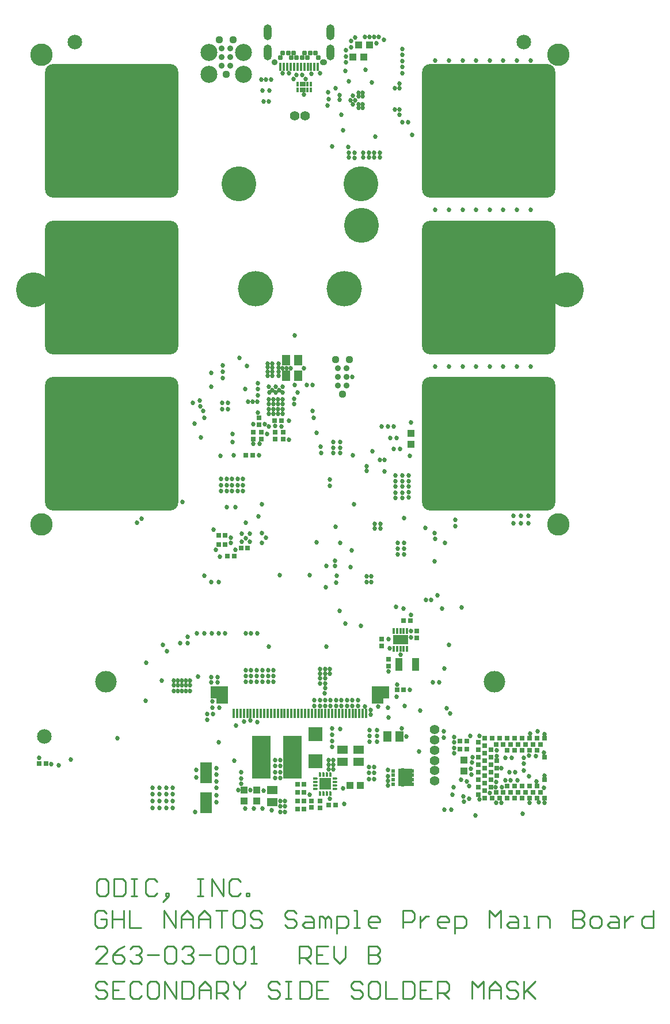
<source format=gbs>
G04*
G04 #@! TF.GenerationSoftware,Altium Limited,Altium Designer,24.9.1 (31)*
G04*
G04 Layer_Color=16711935*
%FSLAX44Y44*%
%MOMM*%
G71*
G04*
G04 #@! TF.SameCoordinates,7F96DF23-6EF7-4123-9D03-ABB94F86F5D4*
G04*
G04*
G04 #@! TF.FilePolarity,Negative*
G04*
G01*
G75*
%ADD17C,0.2540*%
%ADD69R,0.7270X0.7270*%
%ADD70C,0.9144*%
%ADD76R,0.7270X0.7270*%
%ADD82R,1.2770X1.5770*%
%ADD87R,1.0770X1.1270*%
%ADD97R,1.1270X1.0770*%
%ADD110R,1.1270X1.9270*%
%ADD111R,1.1270X1.0270*%
%ADD112R,1.7270X3.1270*%
%ADD113R,0.6270X0.4770*%
%ADD126C,2.1430*%
%ADD127C,2.5019*%
%ADD128C,1.1176*%
%ADD129C,5.1270*%
%ADD130C,1.3970*%
%ADD131C,0.8770*%
%ADD132O,1.0770X0.8770*%
%ADD133C,0.7770*%
%ADD134O,1.2270X2.3270*%
%ADD135C,3.3020*%
%ADD136C,5.2070*%
%ADD137C,3.1750*%
%ADD181R,1.5770X1.2770*%
%ADD182R,0.3270X0.6770*%
%ADD183R,0.5270X0.6770*%
%ADD184R,2.1336X2.1336*%
%ADD185R,1.7270X2.5270*%
%ADD186R,0.4270X1.3270*%
%ADD187R,0.4270X1.2270*%
%ADD188R,2.8270X6.3270*%
%ADD189R,0.6350X0.6350*%
%ADD190R,0.6350X0.6350*%
%ADD191R,2.3270X1.4270*%
%ADD192R,0.3810X0.8382*%
G04:AMPARAMS|DCode=193|XSize=0.727mm|YSize=0.367mm|CornerRadius=0.1235mm|HoleSize=0mm|Usage=FLASHONLY|Rotation=180.000|XOffset=0mm|YOffset=0mm|HoleType=Round|Shape=RoundedRectangle|*
%AMROUNDEDRECTD193*
21,1,0.7270,0.1200,0,0,180.0*
21,1,0.4800,0.3670,0,0,180.0*
1,1,0.2470,-0.2400,0.0600*
1,1,0.2470,0.2400,0.0600*
1,1,0.2470,0.2400,-0.0600*
1,1,0.2470,-0.2400,-0.0600*
%
%ADD193ROUNDEDRECTD193*%
G04:AMPARAMS|DCode=194|XSize=0.727mm|YSize=0.367mm|CornerRadius=0.1235mm|HoleSize=0mm|Usage=FLASHONLY|Rotation=90.000|XOffset=0mm|YOffset=0mm|HoleType=Round|Shape=RoundedRectangle|*
%AMROUNDEDRECTD194*
21,1,0.7270,0.1200,0,0,90.0*
21,1,0.4800,0.3670,0,0,90.0*
1,1,0.2470,0.0600,0.2400*
1,1,0.2470,0.0600,-0.2400*
1,1,0.2470,-0.0600,-0.2400*
1,1,0.2470,-0.0600,0.2400*
%
%ADD194ROUNDEDRECTD194*%
%ADD195R,1.7870X1.7870*%
G04:AMPARAMS|DCode=196|XSize=19.627mm|YSize=19.627mm|CornerRadius=1.2335mm|HoleSize=0mm|Usage=FLASHONLY|Rotation=180.000|XOffset=0mm|YOffset=0mm|HoleType=Round|Shape=RoundedRectangle|*
%AMROUNDEDRECTD196*
21,1,19.6270,17.1600,0,0,180.0*
21,1,17.1600,19.6270,0,0,180.0*
1,1,2.4670,-8.5800,8.5800*
1,1,2.4670,8.5800,8.5800*
1,1,2.4670,8.5800,-8.5800*
1,1,2.4670,-8.5800,-8.5800*
%
%ADD196ROUNDEDRECTD196*%
%ADD197C,0.6858*%
G36*
X163246Y-6484D02*
X154245D01*
Y-24484D01*
X163246D01*
Y-6484D01*
D02*
G37*
G36*
X430255Y-153286D02*
X434755D01*
Y-154036D01*
X439255D01*
Y-153286D01*
X451005D01*
Y-127786D01*
X439255D01*
Y-127036D01*
X434755D01*
Y-127786D01*
X430255D01*
Y-153286D01*
D02*
G37*
G36*
X408245Y-6484D02*
X417245D01*
Y-24484D01*
X408245D01*
Y-6484D01*
D02*
G37*
D17*
X1747Y-444484D02*
X-2485Y-440253D01*
X-10948D01*
X-15180Y-444484D01*
Y-448717D01*
X-10948Y-452948D01*
X-2485D01*
X1747Y-457180D01*
Y-461412D01*
X-2485Y-465644D01*
X-10948D01*
X-15180Y-461412D01*
X27139Y-440253D02*
X10211D01*
Y-465644D01*
X27139D01*
X10211Y-452948D02*
X18675D01*
X52531Y-444484D02*
X48299Y-440253D01*
X39835D01*
X35603Y-444484D01*
Y-461412D01*
X39835Y-465644D01*
X48299D01*
X52531Y-461412D01*
X73691Y-440253D02*
X65227D01*
X60995Y-444484D01*
Y-461412D01*
X65227Y-465644D01*
X73691D01*
X77923Y-461412D01*
Y-444484D01*
X73691Y-440253D01*
X86387Y-465644D02*
Y-440253D01*
X103315Y-465644D01*
Y-440253D01*
X111778D02*
Y-465644D01*
X124474D01*
X128706Y-461412D01*
Y-444484D01*
X124474Y-440253D01*
X111778D01*
X137170Y-465644D02*
Y-448717D01*
X145634Y-440253D01*
X154098Y-448717D01*
Y-465644D01*
Y-452948D01*
X137170D01*
X162562Y-465644D02*
Y-440253D01*
X175258D01*
X179490Y-444484D01*
Y-452948D01*
X175258Y-457180D01*
X162562D01*
X171026D02*
X179490Y-465644D01*
X187954Y-440253D02*
Y-444484D01*
X196418Y-452948D01*
X204882Y-444484D01*
Y-440253D01*
X196418Y-452948D02*
Y-465644D01*
X255665Y-444484D02*
X251433Y-440253D01*
X242969D01*
X238738Y-444484D01*
Y-448717D01*
X242969Y-452948D01*
X251433D01*
X255665Y-457180D01*
Y-461412D01*
X251433Y-465644D01*
X242969D01*
X238738Y-461412D01*
X264129Y-440253D02*
X272593D01*
X268361D01*
Y-465644D01*
X264129D01*
X272593D01*
X285289Y-440253D02*
Y-465644D01*
X297985D01*
X302217Y-461412D01*
Y-444484D01*
X297985Y-440253D01*
X285289D01*
X327609D02*
X310681D01*
Y-465644D01*
X327609D01*
X310681Y-452948D02*
X319145D01*
X378392Y-444484D02*
X374160Y-440253D01*
X365696D01*
X361465Y-444484D01*
Y-448717D01*
X365696Y-452948D01*
X374160D01*
X378392Y-457180D01*
Y-461412D01*
X374160Y-465644D01*
X365696D01*
X361465Y-461412D01*
X399552Y-440253D02*
X391088D01*
X386856Y-444484D01*
Y-461412D01*
X391088Y-465644D01*
X399552D01*
X403784Y-461412D01*
Y-444484D01*
X399552Y-440253D01*
X412248D02*
Y-465644D01*
X429176D01*
X437640Y-440253D02*
Y-465644D01*
X450336D01*
X454568Y-461412D01*
Y-444484D01*
X450336Y-440253D01*
X437640D01*
X479959D02*
X463032D01*
Y-465644D01*
X479959D01*
X463032Y-452948D02*
X471496D01*
X488424Y-465644D02*
Y-440253D01*
X501119D01*
X505351Y-444484D01*
Y-452948D01*
X501119Y-457180D01*
X488424D01*
X496887D02*
X505351Y-465644D01*
X539207D02*
Y-440253D01*
X547671Y-448717D01*
X556135Y-440253D01*
Y-465644D01*
X564599D02*
Y-448717D01*
X573063Y-440253D01*
X581527Y-448717D01*
Y-465644D01*
Y-452948D01*
X564599D01*
X606918Y-444484D02*
X602687Y-440253D01*
X594223D01*
X589991Y-444484D01*
Y-448717D01*
X594223Y-452948D01*
X602687D01*
X606918Y-457180D01*
Y-461412D01*
X602687Y-465644D01*
X594223D01*
X589991Y-461412D01*
X615382Y-440253D02*
Y-465644D01*
Y-457180D01*
X632310Y-440253D01*
X619614Y-452948D01*
X632310Y-465644D01*
X-145Y-288975D02*
X-8608D01*
X-12840Y-293207D01*
Y-310134D01*
X-8608Y-314366D01*
X-145D01*
X4087Y-310134D01*
Y-293207D01*
X-145Y-288975D01*
X12551D02*
Y-314366D01*
X25247D01*
X29479Y-310134D01*
Y-293207D01*
X25247Y-288975D01*
X12551D01*
X37943D02*
X46407D01*
X42175D01*
Y-314366D01*
X37943D01*
X46407D01*
X76031Y-293207D02*
X71799Y-288975D01*
X63335D01*
X59103Y-293207D01*
Y-310134D01*
X63335Y-314366D01*
X71799D01*
X76031Y-310134D01*
X88727Y-318598D02*
X92959Y-314366D01*
Y-310134D01*
X88727D01*
Y-314366D01*
X92959D01*
X88727Y-318598D01*
X84495Y-322830D01*
X135278Y-288975D02*
X143742D01*
X139510D01*
Y-314366D01*
X135278D01*
X143742D01*
X156438D02*
Y-288975D01*
X173366Y-314366D01*
Y-288975D01*
X198758Y-293207D02*
X194526Y-288975D01*
X186062D01*
X181830Y-293207D01*
Y-310134D01*
X186062Y-314366D01*
X194526D01*
X198758Y-310134D01*
X207222Y-314366D02*
Y-310134D01*
X211454D01*
Y-314366D01*
X207222D01*
X1341Y-340332D02*
X-2891Y-336100D01*
X-11355D01*
X-15587Y-340332D01*
Y-357260D01*
X-11355Y-361492D01*
X-2891D01*
X1341Y-357260D01*
Y-348796D01*
X-7123D01*
X9805Y-336100D02*
Y-361492D01*
Y-348796D01*
X26733D01*
Y-336100D01*
Y-361492D01*
X35197Y-336100D02*
Y-361492D01*
X52125D01*
X85980D02*
Y-336100D01*
X102908Y-361492D01*
Y-336100D01*
X111372Y-361492D02*
Y-344564D01*
X119836Y-336100D01*
X128300Y-344564D01*
Y-361492D01*
Y-348796D01*
X111372D01*
X136764Y-361492D02*
Y-344564D01*
X145228Y-336100D01*
X153692Y-344564D01*
Y-361492D01*
Y-348796D01*
X136764D01*
X162156Y-336100D02*
X179083D01*
X170620D01*
Y-361492D01*
X200243Y-336100D02*
X191779D01*
X187547Y-340332D01*
Y-357260D01*
X191779Y-361492D01*
X200243D01*
X204475Y-357260D01*
Y-340332D01*
X200243Y-336100D01*
X229867Y-340332D02*
X225635Y-336100D01*
X217171D01*
X212939Y-340332D01*
Y-344564D01*
X217171Y-348796D01*
X225635D01*
X229867Y-353028D01*
Y-357260D01*
X225635Y-361492D01*
X217171D01*
X212939Y-357260D01*
X280651Y-340332D02*
X276419Y-336100D01*
X267955D01*
X263723Y-340332D01*
Y-344564D01*
X267955Y-348796D01*
X276419D01*
X280651Y-353028D01*
Y-357260D01*
X276419Y-361492D01*
X267955D01*
X263723Y-357260D01*
X293347Y-344564D02*
X301810D01*
X306042Y-348796D01*
Y-361492D01*
X293347D01*
X289115Y-357260D01*
X293347Y-353028D01*
X306042D01*
X314506Y-361492D02*
Y-344564D01*
X318738D01*
X322970Y-348796D01*
Y-361492D01*
Y-348796D01*
X327202Y-344564D01*
X331434Y-348796D01*
Y-361492D01*
X339898Y-369956D02*
Y-344564D01*
X352594D01*
X356826Y-348796D01*
Y-357260D01*
X352594Y-361492D01*
X339898D01*
X365290D02*
X373754D01*
X369522D01*
Y-336100D01*
X365290D01*
X399146Y-361492D02*
X390682D01*
X386450Y-357260D01*
Y-348796D01*
X390682Y-344564D01*
X399146D01*
X403378Y-348796D01*
Y-353028D01*
X386450D01*
X437233Y-361492D02*
Y-336100D01*
X449929D01*
X454161Y-340332D01*
Y-348796D01*
X449929Y-353028D01*
X437233D01*
X462625Y-344564D02*
Y-361492D01*
Y-353028D01*
X466857Y-348796D01*
X471089Y-344564D01*
X475321D01*
X500713Y-361492D02*
X492249D01*
X488017Y-357260D01*
Y-348796D01*
X492249Y-344564D01*
X500713D01*
X504945Y-348796D01*
Y-353028D01*
X488017D01*
X513409Y-369956D02*
Y-344564D01*
X526105D01*
X530337Y-348796D01*
Y-357260D01*
X526105Y-361492D01*
X513409D01*
X564192D02*
Y-336100D01*
X572656Y-344564D01*
X581120Y-336100D01*
Y-361492D01*
X593816Y-344564D02*
X602280D01*
X606512Y-348796D01*
Y-361492D01*
X593816D01*
X589584Y-357260D01*
X593816Y-353028D01*
X606512D01*
X614976Y-361492D02*
X623440D01*
X619208D01*
Y-344564D01*
X614976D01*
X636136Y-361492D02*
Y-344564D01*
X648832D01*
X653064Y-348796D01*
Y-361492D01*
X686919Y-336100D02*
Y-361492D01*
X699615D01*
X703847Y-357260D01*
Y-353028D01*
X699615Y-348796D01*
X686919D01*
X699615D01*
X703847Y-344564D01*
Y-340332D01*
X699615Y-336100D01*
X686919D01*
X716543Y-361492D02*
X725007D01*
X729239Y-357260D01*
Y-348796D01*
X725007Y-344564D01*
X716543D01*
X712311Y-348796D01*
Y-357260D01*
X716543Y-361492D01*
X741935Y-344564D02*
X750399D01*
X754631Y-348796D01*
Y-361492D01*
X741935D01*
X737703Y-357260D01*
X741935Y-353028D01*
X754631D01*
X763095Y-344564D02*
Y-361492D01*
Y-353028D01*
X767327Y-348796D01*
X771559Y-344564D01*
X775791D01*
X805414Y-336100D02*
Y-361492D01*
X792719D01*
X788486Y-357260D01*
Y-348796D01*
X792719Y-344564D01*
X805414D01*
X1727Y-413574D02*
X-15201D01*
X1727Y-396646D01*
Y-392415D01*
X-2505Y-388183D01*
X-10969D01*
X-15201Y-392415D01*
X27119Y-388183D02*
X18655Y-392415D01*
X10191Y-400878D01*
Y-409342D01*
X14423Y-413574D01*
X22887D01*
X27119Y-409342D01*
Y-405110D01*
X22887Y-400878D01*
X10191D01*
X35583Y-392415D02*
X39815Y-388183D01*
X48279D01*
X52511Y-392415D01*
Y-396646D01*
X48279Y-400878D01*
X44047D01*
X48279D01*
X52511Y-405110D01*
Y-409342D01*
X48279Y-413574D01*
X39815D01*
X35583Y-409342D01*
X60975Y-400878D02*
X77903D01*
X86367Y-392415D02*
X90599Y-388183D01*
X99063D01*
X103295Y-392415D01*
Y-409342D01*
X99063Y-413574D01*
X90599D01*
X86367Y-409342D01*
Y-392415D01*
X111758D02*
X115990Y-388183D01*
X124454D01*
X128686Y-392415D01*
Y-396646D01*
X124454Y-400878D01*
X120222D01*
X124454D01*
X128686Y-405110D01*
Y-409342D01*
X124454Y-413574D01*
X115990D01*
X111758Y-409342D01*
X137150Y-400878D02*
X154078D01*
X162542Y-392415D02*
X166774Y-388183D01*
X175238D01*
X179470Y-392415D01*
Y-409342D01*
X175238Y-413574D01*
X166774D01*
X162542Y-409342D01*
Y-392415D01*
X187934D02*
X192166Y-388183D01*
X200630D01*
X204862Y-392415D01*
Y-409342D01*
X200630Y-413574D01*
X192166D01*
X187934Y-409342D01*
Y-392415D01*
X213326Y-413574D02*
X221790D01*
X217558D01*
Y-388183D01*
X213326Y-392415D01*
X285269Y-413574D02*
Y-388183D01*
X297965D01*
X302197Y-392415D01*
Y-400878D01*
X297965Y-405110D01*
X285269D01*
X293733D02*
X302197Y-413574D01*
X327589Y-388183D02*
X310661D01*
Y-413574D01*
X327589D01*
X310661Y-400878D02*
X319125D01*
X336053Y-388183D02*
Y-405110D01*
X344517Y-413574D01*
X352980Y-405110D01*
Y-388183D01*
X386836D02*
Y-413574D01*
X399532D01*
X403764Y-409342D01*
Y-405110D01*
X399532Y-400878D01*
X386836D01*
X399532D01*
X403764Y-396646D01*
Y-392415D01*
X399532Y-388183D01*
X386836D01*
D69*
X206000Y333000D02*
D03*
X216000D02*
D03*
X-88000Y-120000D02*
D03*
X-98000D02*
D03*
X248225Y383950D02*
D03*
X258225D02*
D03*
X179000Y185000D02*
D03*
X189000D02*
D03*
X209000Y197000D02*
D03*
X199000D02*
D03*
X281950Y-162805D02*
D03*
X291950D02*
D03*
X428465Y-12070D02*
D03*
X438465D02*
D03*
X291950Y-186805D02*
D03*
X281950D02*
D03*
Y-174805D02*
D03*
X291950D02*
D03*
X281950Y-150805D02*
D03*
X291950D02*
D03*
X166000Y202000D02*
D03*
X176000D02*
D03*
Y215000D02*
D03*
X166000D02*
D03*
X521000Y-87000D02*
D03*
X531000D02*
D03*
X521000Y-99000D02*
D03*
X531000D02*
D03*
X338000Y-181000D02*
D03*
X328000D02*
D03*
X438464Y89700D02*
D03*
X448464D02*
D03*
D70*
X183350Y918000D02*
D03*
X170650D02*
D03*
X183350Y930700D02*
D03*
X170650D02*
D03*
X183350Y905300D02*
D03*
X170650D02*
D03*
X354350Y448000D02*
D03*
X341650D02*
D03*
X354350Y460700D02*
D03*
X341650D02*
D03*
X354350Y435300D02*
D03*
X341650D02*
D03*
D76*
X406000Y63000D02*
D03*
Y53000D02*
D03*
X457464Y64700D02*
D03*
Y74700D02*
D03*
X225225Y387950D02*
D03*
Y377950D02*
D03*
X315000Y-185000D02*
D03*
Y-175000D02*
D03*
X302950Y-184805D02*
D03*
Y-174805D02*
D03*
X261225Y366950D02*
D03*
Y356950D02*
D03*
X229225Y366950D02*
D03*
Y356950D02*
D03*
X416000Y23000D02*
D03*
Y33000D02*
D03*
X217225Y366950D02*
D03*
Y356950D02*
D03*
X249225D02*
D03*
Y366950D02*
D03*
D82*
X414000Y-80000D02*
D03*
X432000D02*
D03*
X265225Y449950D02*
D03*
X283225D02*
D03*
X265225Y472950D02*
D03*
X283225D02*
D03*
D87*
X358951Y-151805D02*
D03*
X374950D02*
D03*
X371995Y935536D02*
D03*
X387995D02*
D03*
X379308Y918223D02*
D03*
X363308D02*
D03*
D97*
X527000Y-131000D02*
D03*
Y-115000D02*
D03*
X221950Y-174805D02*
D03*
Y-158805D02*
D03*
X204000Y-175000D02*
D03*
Y-159000D02*
D03*
D110*
X455964Y25700D02*
D03*
X430964D02*
D03*
D111*
X449000Y365000D02*
D03*
Y349000D02*
D03*
D112*
X148000Y-134000D02*
D03*
Y-178000D02*
D03*
D113*
X423005Y-150286D02*
D03*
Y-143786D02*
D03*
Y-137286D02*
D03*
Y-130786D02*
D03*
X451005D02*
D03*
Y-137286D02*
D03*
Y-143786D02*
D03*
Y-150286D02*
D03*
D126*
X615000Y940000D02*
D03*
X-45000D02*
D03*
X-90000Y-80000D02*
D03*
D127*
X202400Y924350D02*
D03*
Y892600D02*
D03*
X151600Y924350D02*
D03*
Y892600D02*
D03*
X202400D02*
D03*
Y924350D02*
D03*
X151600Y892600D02*
D03*
Y924350D02*
D03*
D128*
X187160Y943400D02*
D03*
X166840D02*
D03*
X177000Y892600D02*
D03*
D03*
X187160Y943400D02*
D03*
X166840D02*
D03*
X348000Y422600D02*
D03*
X358160Y473400D02*
D03*
X337840D02*
D03*
D129*
X376000Y671000D02*
D03*
X-106300Y576300D02*
D03*
X677800D02*
D03*
X375750Y732000D02*
D03*
X195750D02*
D03*
D130*
X483700Y-145500D02*
D03*
Y-130500D02*
D03*
Y-115500D02*
D03*
Y-100500D02*
D03*
Y-85500D02*
D03*
Y-70500D02*
D03*
X293000Y831500D02*
D03*
X278000D02*
D03*
D131*
X248695Y910436D02*
D03*
D132*
X320695D02*
D03*
D133*
X312695Y916936D02*
D03*
X308695Y923936D02*
D03*
X300695D02*
D03*
X296695Y916936D02*
D03*
X292695Y923936D02*
D03*
X288695Y916936D02*
D03*
X280695D02*
D03*
X276695Y923936D02*
D03*
X272695Y916936D02*
D03*
X268695Y923936D02*
D03*
X260695D02*
D03*
X256695Y916936D02*
D03*
D134*
X238695Y924436D02*
D03*
X330695D02*
D03*
X238695Y954436D02*
D03*
X330695D02*
D03*
D135*
X-94500Y921300D02*
D03*
X666000D02*
D03*
X-94500Y231300D02*
D03*
X666000D02*
D03*
D136*
X350750Y577215D02*
D03*
X220750D02*
D03*
D137*
X571500Y0D02*
D03*
X0D02*
D03*
D181*
X347951Y-117805D02*
D03*
Y-99805D02*
D03*
X371950D02*
D03*
Y-117805D02*
D03*
X244951Y-158805D02*
D03*
Y-176805D02*
D03*
D182*
X281995Y877936D02*
D03*
X286995D02*
D03*
X296995D02*
D03*
X301995D02*
D03*
Y869436D02*
D03*
X296995D02*
D03*
X286995D02*
D03*
X281995D02*
D03*
D183*
X291995Y877936D02*
D03*
Y869436D02*
D03*
D184*
X308951Y-76739D02*
D03*
Y-116871D02*
D03*
D185*
X400245Y-19468D02*
D03*
X171245D02*
D03*
D186*
X383246Y-46464D02*
D03*
X378246D02*
D03*
X373246D02*
D03*
X368246D02*
D03*
X363246D02*
D03*
X358246D02*
D03*
X353246D02*
D03*
X348246D02*
D03*
X343246D02*
D03*
X338246D02*
D03*
X333246D02*
D03*
X328246D02*
D03*
X323246D02*
D03*
X318246D02*
D03*
X313246D02*
D03*
X308246D02*
D03*
X303246D02*
D03*
X298246D02*
D03*
X293246D02*
D03*
X288246D02*
D03*
X283246D02*
D03*
X278246D02*
D03*
X273246D02*
D03*
X268246D02*
D03*
X263246D02*
D03*
X258246D02*
D03*
X253246D02*
D03*
X248246D02*
D03*
X243246D02*
D03*
X238246D02*
D03*
X233246D02*
D03*
X228246D02*
D03*
X223246D02*
D03*
X218246D02*
D03*
X213246D02*
D03*
X208246D02*
D03*
X203246D02*
D03*
X198246D02*
D03*
X193246D02*
D03*
X188246D02*
D03*
D187*
X257195Y903836D02*
D03*
X262195D02*
D03*
X267195D02*
D03*
X272195D02*
D03*
X277195D02*
D03*
X292195D02*
D03*
X297195D02*
D03*
X302195D02*
D03*
X307195D02*
D03*
X312195D02*
D03*
X287195D02*
D03*
X282195D02*
D03*
D188*
X274951Y-110805D02*
D03*
X228951D02*
D03*
D189*
X566500Y-121500D02*
D03*
Y-132500D02*
D03*
Y-143500D02*
D03*
X557500Y-116000D02*
D03*
Y-127000D02*
D03*
Y-138000D02*
D03*
X566500Y-99500D02*
D03*
Y-110500D02*
D03*
X575500Y-116000D02*
D03*
Y-127000D02*
D03*
X557500Y-94000D02*
D03*
Y-105000D02*
D03*
Y-149000D02*
D03*
Y-160000D02*
D03*
X575500Y-138000D02*
D03*
X566500Y-154500D02*
D03*
X548500Y-88500D02*
D03*
Y-99500D02*
D03*
Y-110500D02*
D03*
Y-121500D02*
D03*
Y-132500D02*
D03*
Y-143500D02*
D03*
Y-154500D02*
D03*
Y-165500D02*
D03*
D190*
X645500Y-110500D02*
D03*
Y-143500D02*
D03*
X590500Y-153000D02*
D03*
X601500D02*
D03*
X612500D02*
D03*
X623500D02*
D03*
X634500D02*
D03*
X574000Y-162000D02*
D03*
X585000D02*
D03*
X596000D02*
D03*
X607000D02*
D03*
X618000D02*
D03*
X629000D02*
D03*
X640000D02*
D03*
X634500Y-101000D02*
D03*
X623500D02*
D03*
X612500D02*
D03*
X601500D02*
D03*
X590500D02*
D03*
X640000Y-92000D02*
D03*
X629000D02*
D03*
X618000D02*
D03*
X607000D02*
D03*
X596000D02*
D03*
X585000D02*
D03*
X574000D02*
D03*
X645500Y-83000D02*
D03*
X634500D02*
D03*
X623500D02*
D03*
X612500D02*
D03*
X601500D02*
D03*
X590500D02*
D03*
X579500D02*
D03*
X568500D02*
D03*
X557500D02*
D03*
Y-171000D02*
D03*
X568500D02*
D03*
X579500D02*
D03*
X590500D02*
D03*
X601500D02*
D03*
X612500D02*
D03*
X623500D02*
D03*
X634500D02*
D03*
X645500D02*
D03*
D191*
X433464Y61746D02*
D03*
D192*
X443464Y74700D02*
D03*
X438464D02*
D03*
X433464D02*
D03*
X428464D02*
D03*
X423464D02*
D03*
X428464Y48792D02*
D03*
X433464D02*
D03*
X438464D02*
D03*
X443464D02*
D03*
X423464D02*
D03*
D193*
X336950Y-142305D02*
D03*
Y-147305D02*
D03*
Y-152305D02*
D03*
Y-157305D02*
D03*
X308951D02*
D03*
Y-152305D02*
D03*
Y-147305D02*
D03*
Y-142305D02*
D03*
D194*
X330451Y-163805D02*
D03*
X325451D02*
D03*
X320451D02*
D03*
X315450D02*
D03*
Y-135805D02*
D03*
X320451D02*
D03*
X325451D02*
D03*
X330451D02*
D03*
D195*
X322951Y-149805D02*
D03*
D196*
X562995Y579536D02*
D03*
Y349536D02*
D03*
Y809536D02*
D03*
X8995D02*
D03*
Y579536D02*
D03*
Y349536D02*
D03*
D197*
X278000Y509000D02*
D03*
X416000Y-52000D02*
D03*
X410000Y309000D02*
D03*
X433000Y342000D02*
D03*
X447000Y332000D02*
D03*
X330000Y288000D02*
D03*
Y297000D02*
D03*
X403000Y326000D02*
D03*
X410000D02*
D03*
X230000Y261000D02*
D03*
X449000Y381000D02*
D03*
X310000Y366000D02*
D03*
X316000Y346000D02*
D03*
X317000Y336000D02*
D03*
X335000Y352000D02*
D03*
Y344000D02*
D03*
X345000D02*
D03*
Y352000D02*
D03*
Y336000D02*
D03*
X335000D02*
D03*
X364000Y333000D02*
D03*
X307000Y-27000D02*
D03*
X315000D02*
D03*
X307000Y-35000D02*
D03*
X315000D02*
D03*
X323000Y-27000D02*
D03*
Y-35000D02*
D03*
X99000Y-156000D02*
D03*
X89000D02*
D03*
X79000D02*
D03*
X69000D02*
D03*
X247000Y17000D02*
D03*
X239000D02*
D03*
X231000D02*
D03*
X222000D02*
D03*
X214000D02*
D03*
X206000D02*
D03*
X331000Y-27000D02*
D03*
Y-35000D02*
D03*
X247000Y0D02*
D03*
Y9000D02*
D03*
X99000Y-165000D02*
D03*
Y-175000D02*
D03*
Y-185000D02*
D03*
X89000Y-165000D02*
D03*
X79000D02*
D03*
X69000D02*
D03*
X330000Y19000D02*
D03*
X323000D02*
D03*
X315000D02*
D03*
X322000Y-17000D02*
D03*
X330000Y12000D02*
D03*
X323000D02*
D03*
X315000D02*
D03*
X323000Y-9000D02*
D03*
X280995Y891936D02*
D03*
X513000Y-89000D02*
D03*
X288995Y891936D02*
D03*
X513000Y-97000D02*
D03*
X406000Y375000D02*
D03*
X424000Y342000D02*
D03*
X428000Y358000D02*
D03*
X419000D02*
D03*
X424000Y375000D02*
D03*
X415000D02*
D03*
X426000Y303000D02*
D03*
X392000Y339000D02*
D03*
X363000Y448000D02*
D03*
X226000Y333000D02*
D03*
X188000D02*
D03*
X365000Y261000D02*
D03*
X446000Y271000D02*
D03*
X436000Y270000D02*
D03*
X426000D02*
D03*
X436000Y278000D02*
D03*
X426000D02*
D03*
X446000Y279000D02*
D03*
X436000Y287000D02*
D03*
X446000D02*
D03*
X426000D02*
D03*
X446000Y303000D02*
D03*
X436000D02*
D03*
X446000Y295000D02*
D03*
X436000D02*
D03*
X426000D02*
D03*
X170000Y298000D02*
D03*
X186000D02*
D03*
Y289000D02*
D03*
Y280000D02*
D03*
X178000D02*
D03*
Y289000D02*
D03*
Y298000D02*
D03*
X128000Y410000D02*
D03*
X439000Y241000D02*
D03*
X17000Y-83000D02*
D03*
X223000Y71000D02*
D03*
X214000D02*
D03*
X206000D02*
D03*
X121000Y66000D02*
D03*
Y57000D02*
D03*
X110000D02*
D03*
X176000Y71000D02*
D03*
X166000D02*
D03*
X156000D02*
D03*
X145000D02*
D03*
X134000D02*
D03*
X163000Y-177000D02*
D03*
X192000Y-64000D02*
D03*
X149000Y-56000D02*
D03*
X158000Y-47000D02*
D03*
X149000D02*
D03*
X163000Y-167000D02*
D03*
Y-156000D02*
D03*
Y-146000D02*
D03*
Y-136000D02*
D03*
Y-127000D02*
D03*
X166000Y-89000D02*
D03*
X157000Y-38000D02*
D03*
Y-29000D02*
D03*
X155000Y7000D02*
D03*
X165000D02*
D03*
Y-1000D02*
D03*
X155000D02*
D03*
X90000Y45000D02*
D03*
X84000Y54000D02*
D03*
X60000Y28000D02*
D03*
X59000Y-28000D02*
D03*
X82277Y1723D02*
D03*
X100000Y-5000D02*
D03*
X106000D02*
D03*
X100000Y2000D02*
D03*
X106000D02*
D03*
X118000D02*
D03*
X124000Y-5000D02*
D03*
X118000D02*
D03*
Y-13000D02*
D03*
X100000D02*
D03*
X106000D02*
D03*
X124000D02*
D03*
Y2000D02*
D03*
X112000D02*
D03*
Y-5000D02*
D03*
Y-13000D02*
D03*
X136000Y8000D02*
D03*
X167000Y-38000D02*
D03*
X133000Y-140000D02*
D03*
Y-129000D02*
D03*
X132000Y-191000D02*
D03*
X89000Y-175000D02*
D03*
Y-185000D02*
D03*
X79000D02*
D03*
X69000D02*
D03*
X79000Y-175000D02*
D03*
X69000D02*
D03*
X203246Y-58000D02*
D03*
X213246Y-56869D02*
D03*
X240000Y52000D02*
D03*
X53000Y240000D02*
D03*
X155000Y147000D02*
D03*
X166000D02*
D03*
X384000Y310000D02*
D03*
Y317000D02*
D03*
X292000Y461000D02*
D03*
X340000Y156000D02*
D03*
X606000Y-145000D02*
D03*
X162000Y194000D02*
D03*
X168000Y184000D02*
D03*
X300000Y157000D02*
D03*
X256000D02*
D03*
X145000Y156000D02*
D03*
X337000Y178000D02*
D03*
X514000Y229000D02*
D03*
X416000Y63000D02*
D03*
X633000Y-109000D02*
D03*
X602000Y-133000D02*
D03*
X615000Y-130000D02*
D03*
X324000Y139000D02*
D03*
X304000Y398000D02*
D03*
X306000Y388000D02*
D03*
X169000Y332000D02*
D03*
X303000Y893000D02*
D03*
X345000Y204000D02*
D03*
X360000Y169000D02*
D03*
X113000Y264000D02*
D03*
X505000Y463000D02*
D03*
X525000D02*
D03*
X605000D02*
D03*
X625000D02*
D03*
X585000D02*
D03*
X565000D02*
D03*
X545000D02*
D03*
X485000D02*
D03*
X505000Y694000D02*
D03*
X525000D02*
D03*
X605000D02*
D03*
X625000D02*
D03*
X585000D02*
D03*
X565000D02*
D03*
X545000D02*
D03*
X485000D02*
D03*
Y913000D02*
D03*
X545000D02*
D03*
X565000D02*
D03*
X585000D02*
D03*
X625000D02*
D03*
X605000D02*
D03*
X525000D02*
D03*
X505000D02*
D03*
X600000Y244000D02*
D03*
X622000Y233000D02*
D03*
X611000D02*
D03*
X600000D02*
D03*
X622000Y244000D02*
D03*
X611000D02*
D03*
X310000Y205000D02*
D03*
X338000Y228000D02*
D03*
X170000Y289000D02*
D03*
X194000Y298000D02*
D03*
Y289000D02*
D03*
Y280000D02*
D03*
X202000D02*
D03*
Y289000D02*
D03*
Y298000D02*
D03*
X170000Y280000D02*
D03*
X514000Y238000D02*
D03*
X46000Y234000D02*
D03*
X391000Y147000D02*
D03*
Y155000D02*
D03*
X384000Y147000D02*
D03*
Y155000D02*
D03*
X362000Y193000D02*
D03*
X396000Y232000D02*
D03*
X404000D02*
D03*
Y225000D02*
D03*
X396000D02*
D03*
X439000Y187000D02*
D03*
Y196000D02*
D03*
Y204000D02*
D03*
X430000Y187000D02*
D03*
Y196000D02*
D03*
Y204000D02*
D03*
X139775Y359050D02*
D03*
X282000Y425000D02*
D03*
X296000Y436000D02*
D03*
X304000D02*
D03*
X327000Y866000D02*
D03*
X328000Y856000D02*
D03*
X326000Y847000D02*
D03*
X222000Y0D02*
D03*
X231000D02*
D03*
X239000D02*
D03*
X214000D02*
D03*
X206000D02*
D03*
X470000Y226000D02*
D03*
X190760Y256761D02*
D03*
X178000Y257000D02*
D03*
X212000Y206000D02*
D03*
X200000D02*
D03*
X212000Y218000D02*
D03*
X200000D02*
D03*
X206000Y211000D02*
D03*
X159000Y224000D02*
D03*
X401000Y-36000D02*
D03*
X381000D02*
D03*
X390000Y-48000D02*
D03*
Y-41000D02*
D03*
X449000Y98000D02*
D03*
Y75000D02*
D03*
X471000Y120000D02*
D03*
X449000Y65000D02*
D03*
X375320Y82680D02*
D03*
X505000Y54000D02*
D03*
X512000Y-155000D02*
D03*
X544000Y-196000D02*
D03*
X535000Y-172000D02*
D03*
X613000Y-194000D02*
D03*
X527000Y-176000D02*
D03*
X498000Y-188000D02*
D03*
X526000Y-168000D02*
D03*
X535000Y-153000D02*
D03*
X531000Y-146000D02*
D03*
X538000Y-136000D02*
D03*
X635000Y-73000D02*
D03*
X550000Y-172519D02*
D03*
X488000Y127000D02*
D03*
X438000Y108000D02*
D03*
X344000Y104000D02*
D03*
X353000Y86000D02*
D03*
X415000Y-38000D02*
D03*
X507000Y-46000D02*
D03*
X523000Y-144000D02*
D03*
X481000Y-1000D02*
D03*
X491000D02*
D03*
X447000Y-12000D02*
D03*
X463000Y-42000D02*
D03*
X428000Y-22000D02*
D03*
X575000Y-109000D02*
D03*
X225000Y243000D02*
D03*
X428464Y-4464D02*
D03*
X205000Y-186000D02*
D03*
X-69000Y-123000D02*
D03*
X-80000Y-121000D02*
D03*
X325000Y52000D02*
D03*
X637000Y-177000D02*
D03*
X645000Y-156000D02*
D03*
Y-104000D02*
D03*
X442000Y-80000D02*
D03*
X537000Y-128000D02*
D03*
X144950Y387775D02*
D03*
X217225Y349950D02*
D03*
X269225Y355950D02*
D03*
X237225Y363950D02*
D03*
X217225Y378950D02*
D03*
X240225Y393950D02*
D03*
X223661Y395875D02*
D03*
X240225Y400950D02*
D03*
Y407950D02*
D03*
Y414950D02*
D03*
X205225Y429950D02*
D03*
X224225Y438950D02*
D03*
X207975Y463950D02*
D03*
X269225Y383950D02*
D03*
X246975Y393950D02*
D03*
X260225D02*
D03*
X253475D02*
D03*
X246975Y400950D02*
D03*
X260225D02*
D03*
X253475D02*
D03*
X246975Y407950D02*
D03*
X260225D02*
D03*
X253475D02*
D03*
X277225D02*
D03*
X246975Y414950D02*
D03*
X260225D02*
D03*
X253475D02*
D03*
X278225Y435950D02*
D03*
X197225Y475950D02*
D03*
X277225Y415950D02*
D03*
X365995Y777536D02*
D03*
X357995Y770536D02*
D03*
X353308Y919223D02*
D03*
X360995Y941536D02*
D03*
X353308Y928223D02*
D03*
Y910223D02*
D03*
X436308Y930223D02*
D03*
Y921224D02*
D03*
Y912224D02*
D03*
Y903223D02*
D03*
Y894223D02*
D03*
X444995Y822536D02*
D03*
X436308Y822224D02*
D03*
X344308Y862224D02*
D03*
Y855224D02*
D03*
X363308Y848224D02*
D03*
Y861224D02*
D03*
X360308Y854224D02*
D03*
X367308D02*
D03*
X365808Y769536D02*
D03*
X366995Y946536D02*
D03*
X360995Y932536D02*
D03*
X332995Y786536D02*
D03*
X396995Y801536D02*
D03*
X357995Y777536D02*
D03*
X356995Y785536D02*
D03*
X291995Y862936D02*
D03*
X435500Y-68500D02*
D03*
X188951Y-115805D02*
D03*
X256950Y-114805D02*
D03*
X248951D02*
D03*
X394950Y-124805D02*
D03*
Y-142805D02*
D03*
Y-133805D02*
D03*
X386950Y-142805D02*
D03*
Y-133805D02*
D03*
Y-124805D02*
D03*
X327951Y-128805D02*
D03*
X334950D02*
D03*
Y-114805D02*
D03*
Y-121805D02*
D03*
X327951Y-114805D02*
D03*
Y-121805D02*
D03*
X339000Y146000D02*
D03*
X256950Y-140805D02*
D03*
X248951D02*
D03*
Y-132805D02*
D03*
Y-123805D02*
D03*
X256950Y-132805D02*
D03*
X256950Y-123805D02*
D03*
X138506Y413064D02*
D03*
X139506Y405064D02*
D03*
X143506Y398064D02*
D03*
X155506Y434064D02*
D03*
Y454064D02*
D03*
X415005Y-138536D02*
D03*
Y-145536D02*
D03*
Y-152536D02*
D03*
X315000Y-2000D02*
D03*
X231995Y852936D02*
D03*
X239995D02*
D03*
X240995Y868936D02*
D03*
X230995D02*
D03*
X259995Y893936D02*
D03*
X314995D02*
D03*
X324995Y170536D02*
D03*
X315000Y5000D02*
D03*
X323000D02*
D03*
Y-2000D02*
D03*
X573500Y-154500D02*
D03*
X513000Y-81000D02*
D03*
Y-105000D02*
D03*
X244000Y-189000D02*
D03*
X231000Y-186000D02*
D03*
X218000D02*
D03*
X263951Y-190805D02*
D03*
X256950D02*
D03*
X263951Y-182805D02*
D03*
X256950D02*
D03*
X263951Y-174805D02*
D03*
X256950D02*
D03*
X317950Y-144805D02*
D03*
X327951D02*
D03*
Y-154805D02*
D03*
X317950D02*
D03*
X322951Y-149805D02*
D03*
X645500Y-137500D02*
D03*
Y-76500D02*
D03*
X550000Y-79000D02*
D03*
X645500Y-177500D02*
D03*
X623500Y-177500D02*
D03*
X502000Y-39000D02*
D03*
X461000Y-102000D02*
D03*
X440000Y-35000D02*
D03*
X588000Y-112000D02*
D03*
X575000Y-101000D02*
D03*
X497000Y-82000D02*
D03*
Y-73000D02*
D03*
X206000Y234000D02*
D03*
X484000Y177000D02*
D03*
X524000Y109000D02*
D03*
X536000Y-79000D02*
D03*
X510000Y-166000D02*
D03*
X206000Y9000D02*
D03*
X214000D02*
D03*
X239000D02*
D03*
X231000D02*
D03*
X222000D02*
D03*
X223000Y-59000D02*
D03*
X427000Y110000D02*
D03*
X479000Y120000D02*
D03*
X634000Y-146000D02*
D03*
X623000Y-139000D02*
D03*
X594000Y-133000D02*
D03*
X597000Y-112000D02*
D03*
X582000Y-127000D02*
D03*
X615000Y-112000D02*
D03*
X495000Y108000D02*
D03*
X451000Y804000D02*
D03*
X484000Y219000D02*
D03*
X485000Y210000D02*
D03*
X499000Y204000D02*
D03*
X184000D02*
D03*
X191000Y194000D02*
D03*
X230000Y204000D02*
D03*
X236000Y212000D02*
D03*
X230000Y219000D02*
D03*
X184000Y212000D02*
D03*
X-51000Y-114000D02*
D03*
X-98000Y-112000D02*
D03*
X498000Y20000D02*
D03*
X583000Y-155000D02*
D03*
X574000Y-147000D02*
D03*
X508000Y-188000D02*
D03*
X615000Y-120000D02*
D03*
X596000Y-145000D02*
D03*
X623000Y-108000D02*
D03*
X270000Y894000D02*
D03*
X276000Y886000D02*
D03*
X624000Y-76000D02*
D03*
X351000Y-179000D02*
D03*
X415000Y-129000D02*
D03*
X416000Y15000D02*
D03*
X418000Y49000D02*
D03*
X187000Y364000D02*
D03*
Y352000D02*
D03*
X180000Y401000D02*
D03*
X171000D02*
D03*
X180000Y410000D02*
D03*
X171000D02*
D03*
X539000Y-118000D02*
D03*
X539500Y-110500D02*
D03*
X254225Y467950D02*
D03*
X245225Y449950D02*
D03*
X254225D02*
D03*
X245225Y455950D02*
D03*
X254225D02*
D03*
X260225Y460950D02*
D03*
X272225D02*
D03*
X266225D02*
D03*
X245225Y461950D02*
D03*
X254225D02*
D03*
X245225Y467950D02*
D03*
X130950Y379775D02*
D03*
X226225Y349950D02*
D03*
X240225Y374950D02*
D03*
X234225Y378950D02*
D03*
X216225Y411950D02*
D03*
X209225D02*
D03*
X223225D02*
D03*
X245225Y428950D02*
D03*
X224225Y420950D02*
D03*
X240554Y424950D02*
D03*
X224299Y429876D02*
D03*
X240225Y433950D02*
D03*
X238225Y449950D02*
D03*
Y455950D02*
D03*
X238193Y462111D02*
D03*
X238225Y467950D02*
D03*
X258225Y374950D02*
D03*
X249357Y375817D02*
D03*
X260225Y424950D02*
D03*
X250225D02*
D03*
X255225Y428950D02*
D03*
X260225Y433950D02*
D03*
X250225D02*
D03*
X582000Y-178000D02*
D03*
X574000D02*
D03*
X401995Y947536D02*
D03*
X397995Y938536D02*
D03*
X387995Y947536D02*
D03*
X380995D02*
D03*
X394995Y770536D02*
D03*
Y777536D02*
D03*
X386995Y770536D02*
D03*
X402995Y777536D02*
D03*
X386995D02*
D03*
X378995D02*
D03*
X357308Y882224D02*
D03*
X391433Y880349D02*
D03*
X432308Y872224D02*
D03*
Y879224D02*
D03*
X425308Y872224D02*
D03*
X432308Y833224D02*
D03*
X425308Y841224D02*
D03*
X432308D02*
D03*
X372308Y865224D02*
D03*
X378308D02*
D03*
X372308Y860224D02*
D03*
Y843224D02*
D03*
X378308D02*
D03*
X372308Y848224D02*
D03*
X378308Y860224D02*
D03*
Y848224D02*
D03*
X394995Y947536D02*
D03*
X408995Y943536D02*
D03*
X378995Y770536D02*
D03*
X346995Y833536D02*
D03*
X348995Y810536D02*
D03*
X402995Y770536D02*
D03*
X381995Y899536D02*
D03*
X352995Y897536D02*
D03*
X337995Y872536D02*
D03*
X387951Y-70805D02*
D03*
X398951D02*
D03*
Y-79805D02*
D03*
X387951D02*
D03*
X388000Y-88000D02*
D03*
X399000D02*
D03*
X332951Y-95805D02*
D03*
Y-86805D02*
D03*
Y-77805D02*
D03*
Y-68805D02*
D03*
X345000Y-69000D02*
D03*
X198951Y-149805D02*
D03*
X231950Y-159805D02*
D03*
X348951Y-156805D02*
D03*
X172506Y465064D02*
D03*
Y456064D02*
D03*
Y446064D02*
D03*
X588000Y-145000D02*
D03*
X299951Y-165805D02*
D03*
X198951Y-132805D02*
D03*
X228995Y884936D02*
D03*
X235995D02*
D03*
X242995D02*
D03*
X293995Y885936D02*
D03*
X336995Y170536D02*
D03*
X355000Y-35000D02*
D03*
X339000D02*
D03*
X347000D02*
D03*
X363000D02*
D03*
X371000D02*
D03*
Y-27000D02*
D03*
X363000D02*
D03*
X355000D02*
D03*
X347000D02*
D03*
X339000D02*
D03*
X433464Y39700D02*
D03*
X195000Y-159000D02*
D03*
X213000D02*
D03*
X329950Y-171805D02*
D03*
X198951Y-141805D02*
D03*
X565000Y-163000D02*
D03*
M02*

</source>
